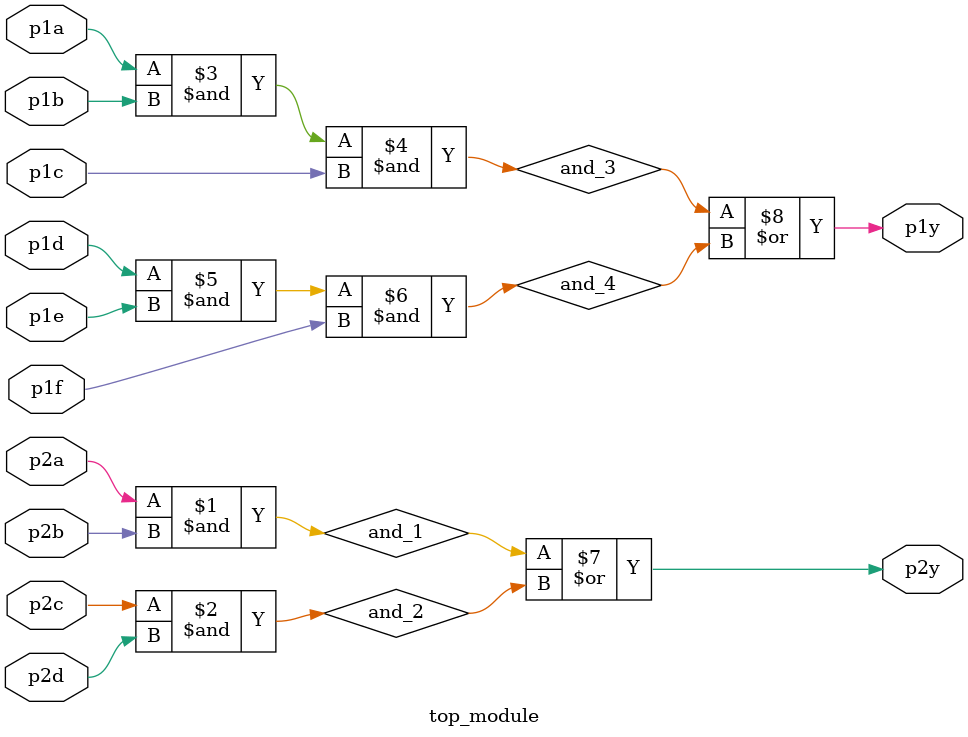
<source format=v>
module top_module ( 
    input p1a, p1b, p1c, p1d, p1e, p1f,
    output p1y,
    input p2a, p2b, p2c, p2d,
    output p2y );
    
    wire and_1,and_2,and_3,and_4;
    
    and a (and_1,p2a,p2b);
    and b (and_2,p2c,p2d);
    and c (and_3,p1a,p1b,p1c);
    and d (and_4,p1d,p1e,p1f);
    or  e (p2y,and_1,and_2);
    or  f (p1y,and_3,and_4);
    
endmodule

</source>
